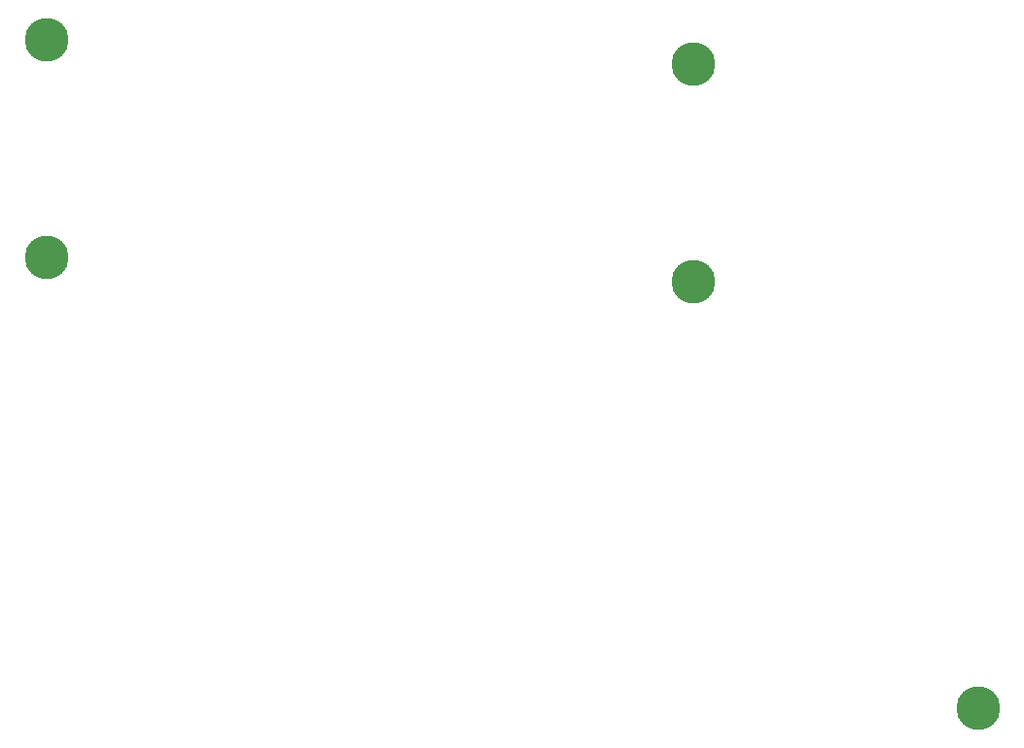
<source format=gbr>
%TF.GenerationSoftware,KiCad,Pcbnew,8.0.3*%
%TF.CreationDate,2024-07-17T09:45:22+02:00*%
%TF.ProjectId,bottom_plate,626f7474-6f6d-45f7-906c-6174652e6b69,rev?*%
%TF.SameCoordinates,Original*%
%TF.FileFunction,Copper,L2,Bot*%
%TF.FilePolarity,Positive*%
%FSLAX46Y46*%
G04 Gerber Fmt 4.6, Leading zero omitted, Abs format (unit mm)*
G04 Created by KiCad (PCBNEW 8.0.3) date 2024-07-17 09:45:22*
%MOMM*%
%LPD*%
G01*
G04 APERTURE LIST*
%TA.AperFunction,ComponentPad*%
%ADD10C,3.800000*%
%TD*%
G04 APERTURE END LIST*
D10*
%TO.P,H1,*%
%TO.N,*%
X36566667Y-41266667D03*
%TD*%
%TO.P,H2,*%
%TO.N,*%
X36566667Y-60266667D03*
%TD*%
%TO.P,H3,*%
%TO.N,*%
X92900000Y-43395000D03*
%TD*%
%TO.P,H4,*%
%TO.N,*%
X92900000Y-62395000D03*
%TD*%
%TO.P,H5,*%
%TO.N,*%
X117702667Y-99556630D03*
%TD*%
M02*

</source>
